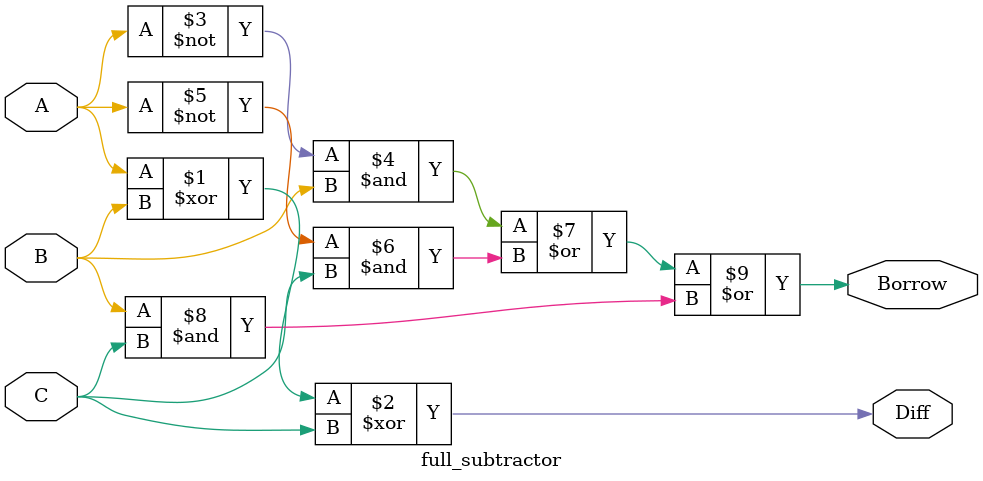
<source format=v>
`timescale 1ns / 1ps
module full_subtractor(
    input A,
    input B,
    input C,
    output Diff,
    output Borrow
    );
assign Diff = A^B^C;
assign Borrow =(~A&B) | (~A&C) | (B&C);

endmodule

</source>
